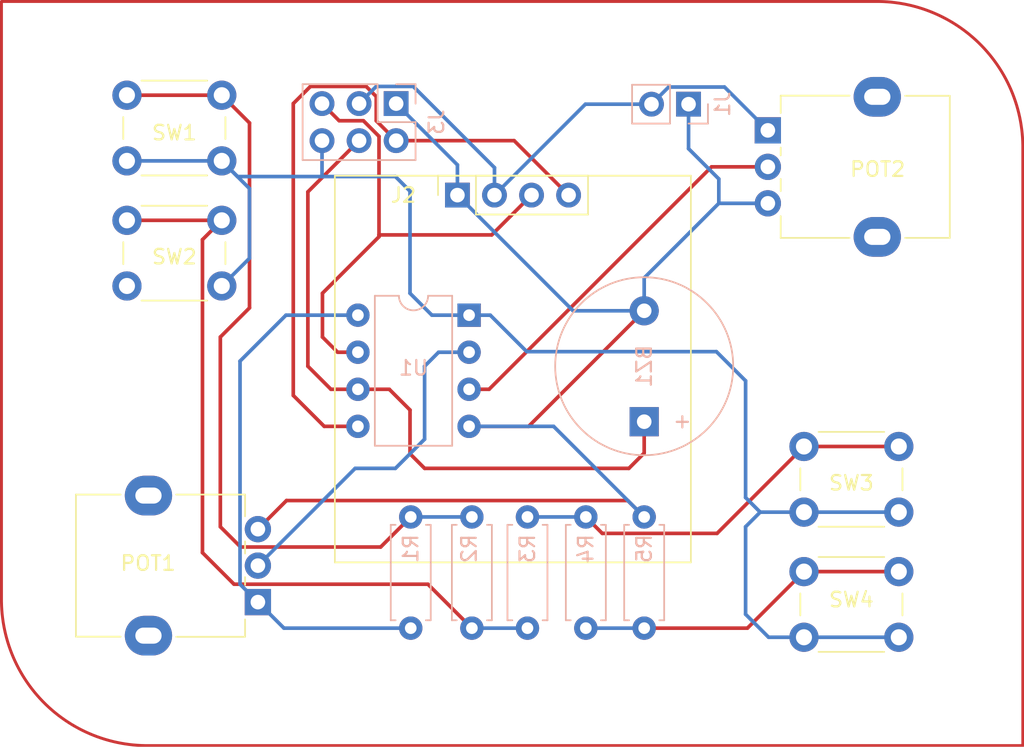
<source format=kicad_pcb>
(kicad_pcb (version 20221018) (generator pcbnew)
  (layers (0 "F.Cu" signal) (31 "B.Cu" signal) (34 "B.Paste" user) (35 "F.Paste" user) (36 "B.SilkS" user "B.Silkscreen") (37 "F.SilkS" user "F.Silkscreen") (38 "B.Mask" user) (39 "F.Mask" user) (44 "Edge.Cuts" user))
  (net 0 "")
  (net 1 "BUZZER")
  (net 2 "GND")
  (net 3 "+5V")
  (net 4 "SDA")
  (net 5 "SCK")
  (net 6 "BUTTONS_OUT")
  (net 7 "POT1_OUT")
  (net 8 "POT2_OUT")
  (net 9 "Net-(R1-Pad2)")
  (net 10 "Net-(R2-Pad2)")
  (net 11 "Net-(R3-Pad2)")
  (net 12 "Net-(R4-Pad2)")
  (footprint "Potentiometer_THT:Potentiometer_Alpha_RD901F-40-00D_Single_Vertical" (layer "F.Cu") (at 160.525 73.835)
    (fp_text reference "POT2" (at 7.525 2.665 180) (layer "F.SilkS"))
    (fp_text value "10K")
    (fp_line (start 0.88 -2.38) (end 5.6 -2.38) (stroke (width 0.12)) (layer "F.SilkS"))
    (fp_line (start 0.88 -1.19) (end 0.88 -2.37) (stroke (width 0.12)) (layer "F.SilkS"))
    (fp_line (start 0.88 1.71) (end 0.88 1.18) (stroke (width 0.12)) (layer "F.SilkS"))
    (fp_line (start 0.88 4.16) (end 0.88 3.33) (stroke (width 0.12)) (layer "F.SilkS"))
    (fp_line (start 0.88 7.37) (end 0.88 5.88) (stroke (width 0.12)) (layer "F.SilkS"))
    (fp_line (start 0.88 7.37) (end 5.6 7.37) (stroke (width 0.12)) (layer "F.SilkS"))
    (fp_line (start 9.41 -2.37) (end 12.47 -2.37) (stroke (width 0.12)) (layer "F.SilkS"))
    (fp_line (start 9.41 7.37) (end 12.47 7.37) (stroke (width 0.12)) (layer "F.SilkS"))
    (fp_line (start 12.47 7.37) (end 12.47 -2.37) (stroke (width 0.12)) (layer "F.SilkS"))
    (pad "" thru_hole oval (at 7.5 -2.3 90) (size 2.72 3.24) (drill oval 1.1 1.8) (layers "*.Cu" "*.Mask"))
    (pad "" thru_hole oval (at 7.5 7.3 90) (size 2.72 3.24) (drill oval 1.1 1.8) (layers "*.Cu" "*.Mask"))
    (pad "1" thru_hole rect (at 0 0 90) (size 1.8 1.8) (drill 1) (layers "*.Cu" "*.Mask") (net 3 "+5V"))
    (pad "2" thru_hole circle (at 0 2.5 90) (size 1.8 1.8) (drill 1) (layers "*.Cu" "*.Mask") (net 8 "POT2_OUT"))
    (pad "3" thru_hole circle (at 0 5 90) (size 1.8 1.8) (drill 1) (layers "*.Cu" "*.Mask") (net 2 "GND"))
  )
  (footprint "Button_Switch_THT:SW_PUSH_6mm_H5mm" (layer "F.Cu") (at 116.6 71.425)
    (fp_text reference "SW1" (at 3.25 2.575) (layer "F.SilkS"))
    (fp_text value "SW_Push")
    (fp_line (start -0.25 1.5) (end -0.25 3) (stroke (width 0.12)) (layer "F.SilkS"))
    (fp_line (start 1 5.5) (end 5.5 5.5) (stroke (width 0.12)) (layer "F.SilkS"))
    (fp_line (start 5.5 -1) (end 1 -1) (stroke (width 0.12)) (layer "F.SilkS"))
    (fp_line (start 6.75 3) (end 6.75 1.5) (stroke (width 0.12)) (layer "F.SilkS"))
    (pad "1" thru_hole circle (at 0 0 90) (size 2 2) (drill 1.1) (layers "*.Cu" "*.Mask") (net 9 "Net-(R1-Pad2)"))
    (pad "1" thru_hole circle (at 6.5 0 90) (size 2 2) (drill 1.1) (layers "*.Cu" "*.Mask") (net 9 "Net-(R1-Pad2)"))
    (pad "2" thru_hole circle (at 0 4.5 90) (size 2 2) (drill 1.1) (layers "*.Cu" "*.Mask") (net 6 "BUTTONS_OUT"))
    (pad "2" thru_hole circle (at 6.5 4.5 90) (size 2 2) (drill 1.1) (layers "*.Cu" "*.Mask") (net 6 "BUTTONS_OUT"))
  )
  (footprint "Connector_PinSocket_2.54mm:PinSocket_1x04_P2.54mm_Vertical" (layer "F.Cu") (at 139.25 78.2725 90)
    (fp_text reference "J2" (at 0 -3.7) (layer "F.SilkS"))
    (fp_text value "I2C_OLED")
    (fp_line (start -25.17 -8.4) (end -25.17 16) (stroke (width 0.12)) (layer "F.SilkS"))
    (fp_line (start -1.33 1.27) (end -1.33 8.95) (stroke (width 0.12)) (layer "F.SilkS"))
    (fp_line (start -1.33 1.27) (end 1.33 1.27) (stroke (width 0.12)) (layer "F.SilkS"))
    (fp_line (start -1.33 8.95) (end 1.33 8.95) (stroke (width 0.12)) (layer "F.SilkS"))
    (fp_line (start 0 -1.33) (end 1.33 -1.33) (stroke (width 0.12)) (layer "F.SilkS"))
    (fp_line (start 1.33 -8.4) (end -25.17 -8.4) (stroke (width 0.12)) (layer "F.SilkS"))
    (fp_line (start 1.33 -8.4) (end 1.33 16) (stroke (width 0.12)) (layer "F.SilkS"))
    (fp_line (start 1.33 -1.33) (end 1.33 0) (stroke (width 0.12)) (layer "F.SilkS"))
    (fp_line (start 1.33 1.27) (end 1.33 8.95) (stroke (width 0.12)) (layer "F.SilkS"))
    (fp_line (start 1.33 16) (end -25.17 16) (stroke (width 0.12)) (layer "F.SilkS"))
    (pad "1" thru_hole rect (at 0 0 90) (size 1.7 1.7) (drill 1) (layers "*.Cu" "*.Mask") (net 2 "GND"))
    (pad "2" thru_hole oval (at 0 2.54 90) (size 1.7 1.7) (drill 1) (layers "*.Cu" "*.Mask") (net 3 "+5V"))
    (pad "3" thru_hole oval (at 0 5.08 90) (size 1.7 1.7) (drill 1) (layers "*.Cu" "*.Mask") (net 5 "SCK"))
    (pad "4" thru_hole oval (at 0 7.62 90) (size 1.7 1.7) (drill 1) (layers "*.Cu" "*.Mask") (net 4 "SDA"))
  )
  (footprint "Button_Switch_THT:SW_PUSH_6mm_H5mm" (layer "F.Cu") (at 116.6008 80)
    (fp_text reference "SW2" (at 3.25 2.5) (layer "F.SilkS"))
    (fp_text value "SW_Push")
    (fp_line (start -0.25 1.5) (end -0.25 3) (stroke (width 0.12)) (layer "F.SilkS"))
    (fp_line (start 1 5.5) (end 5.5 5.5) (stroke (width 0.12)) (layer "F.SilkS"))
    (fp_line (start 5.5 -1) (end 1 -1) (stroke (width 0.12)) (layer "F.SilkS"))
    (fp_line (start 6.75 3) (end 6.75 1.5) (stroke (width 0.12)) (layer "F.SilkS"))
    (pad "1" thru_hole circle (at 0 0 90) (size 2 2) (drill 1.1) (layers "*.Cu" "*.Mask") (net 10 "Net-(R2-Pad2)"))
    (pad "1" thru_hole circle (at 6.5 0 90) (size 2 2) (drill 1.1) (layers "*.Cu" "*.Mask") (net 10 "Net-(R2-Pad2)"))
    (pad "2" thru_hole circle (at 0 4.5 90) (size 2 2) (drill 1.1) (layers "*.Cu" "*.Mask") (net 6 "BUTTONS_OUT"))
    (pad "2" thru_hole circle (at 6.5 4.5 90) (size 2 2) (drill 1.1) (layers "*.Cu" "*.Mask") (net 6 "BUTTONS_OUT"))
  )
  (footprint "Button_Switch_THT:SW_PUSH_6mm_H5mm" (layer "F.Cu") (at 163 104.075)
    (fp_text reference "SW4" (at 3.25 1.925) (layer "F.SilkS"))
    (fp_text value "SW_Push")
    (fp_line (start -0.25 1.5) (end -0.25 3) (stroke (width 0.12)) (layer "F.SilkS"))
    (fp_line (start 1 5.5) (end 5.5 5.5) (stroke (width 0.12)) (layer "F.SilkS"))
    (fp_line (start 5.5 -1) (end 1 -1) (stroke (width 0.12)) (layer "F.SilkS"))
    (fp_line (start 6.75 3) (end 6.75 1.5) (stroke (width 0.12)) (layer "F.SilkS"))
    (pad "1" thru_hole circle (at 0 0 90) (size 2 2) (drill 1.1) (layers "*.Cu" "*.Mask") (net 12 "Net-(R4-Pad2)"))
    (pad "1" thru_hole circle (at 6.5 0 90) (size 2 2) (drill 1.1) (layers "*.Cu" "*.Mask") (net 12 "Net-(R4-Pad2)"))
    (pad "2" thru_hole circle (at 0 4.5 90) (size 2 2) (drill 1.1) (layers "*.Cu" "*.Mask") (net 6 "BUTTONS_OUT"))
    (pad "2" thru_hole circle (at 6.5 4.5 90) (size 2 2) (drill 1.1) (layers "*.Cu" "*.Mask") (net 6 "BUTTONS_OUT"))
  )
  (footprint "Potentiometer_THT:Potentiometer_Alpha_RD901F-40-00D_Single_Vertical" (layer "F.Cu") (at 125.575 106.165 180)
    (fp_text reference "POT1" (at 7.525 2.665) (layer "F.SilkS"))
    (fp_text value "10K")
    (fp_line (start 0.88 -2.38) (end 5.6 -2.38) (stroke (width 0.12)) (layer "F.SilkS"))
    (fp_line (start 0.88 -1.19) (end 0.88 -2.37) (stroke (width 0.12)) (layer "F.SilkS"))
    (fp_line (start 0.88 1.71) (end 0.88 1.18) (stroke (width 0.12)) (layer "F.SilkS"))
    (fp_line (start 0.88 4.16) (end 0.88 3.33) (stroke (width 0.12)) (layer "F.SilkS"))
    (fp_line (start 0.88 7.37) (end 0.88 5.88) (stroke (width 0.12)) (layer "F.SilkS"))
    (fp_line (start 0.88 7.37) (end 5.6 7.37) (stroke (width 0.12)) (layer "F.SilkS"))
    (fp_line (start 9.41 -2.37) (end 12.47 -2.37) (stroke (width 0.12)) (layer "F.SilkS"))
    (fp_line (start 9.41 7.37) (end 12.47 7.37) (stroke (width 0.12)) (layer "F.SilkS"))
    (fp_line (start 12.47 7.37) (end 12.47 -2.37) (stroke (width 0.12)) (layer "F.SilkS"))
    (pad "" thru_hole oval (at 7.5 -2.3 270) (size 2.72 3.24) (drill oval 1.1 1.8) (layers "*.Cu" "*.Mask"))
    (pad "" thru_hole oval (at 7.5 7.3 270) (size 2.72 3.24) (drill oval 1.1 1.8) (layers "*.Cu" "*.Mask"))
    (pad "1" thru_hole rect (at 0 0 270) (size 1.8 1.8) (drill 1) (layers "*.Cu" "*.Mask") (net 3 "+5V"))
    (pad "2" thru_hole circle (at 0 2.5 270) (size 1.8 1.8) (drill 1) (layers "*.Cu" "*.Mask") (net 7 "POT1_OUT"))
    (pad "3" thru_hole circle (at 0 5 270) (size 1.8 1.8) (drill 1) (layers "*.Cu" "*.Mask") (net 2 "GND"))
  )
  (footprint "Button_Switch_THT:SW_PUSH_6mm_H5mm" (layer "F.Cu") (at 163 95.5)
    (fp_text reference "SW3" (at 3.25 2.5) (layer "F.SilkS"))
    (fp_text value "SW_Push")
    (fp_line (start -0.25 1.5) (end -0.25 3) (stroke (width 0.12)) (layer "F.SilkS"))
    (fp_line (start 1 5.5) (end 5.5 5.5) (stroke (width 0.12)) (layer "F.SilkS"))
    (fp_line (start 5.5 -1) (end 1 -1) (stroke (width 0.12)) (layer "F.SilkS"))
    (fp_line (start 6.75 3) (end 6.75 1.5) (stroke (width 0.12)) (layer "F.SilkS"))
    (pad "1" thru_hole circle (at 0 0 90) (size 2 2) (drill 1.1) (layers "*.Cu" "*.Mask") (net 11 "Net-(R3-Pad2)"))
    (pad "1" thru_hole circle (at 6.5 0 90) (size 2 2) (drill 1.1) (layers "*.Cu" "*.Mask") (net 11 "Net-(R3-Pad2)"))
    (pad "2" thru_hole circle (at 0 4.5 90) (size 2 2) (drill 1.1) (layers "*.Cu" "*.Mask") (net 6 "BUTTONS_OUT"))
    (pad "2" thru_hole circle (at 6.5 4.5 90) (size 2 2) (drill 1.1) (layers "*.Cu" "*.Mask") (net 6 "BUTTONS_OUT"))
  )
  (footprint "Resistor_THT:R_Axial_DIN0207_L6.3mm_D2.5mm_P7.62mm_Horizontal" (layer "B.Cu") (at 140.24 100.33 -90)
    (fp_text reference "R2" (at 2.17 0.19 90) (layer "B.SilkS") (effects (justify mirror)))
    (fp_text value "1K")
    (fp_line (start 0.54 -1.37) (end 7.08 -1.37) (stroke (width 0.12)) (layer "B.SilkS"))
    (fp_line (start 0.54 -1.04) (end 0.54 -1.37) (stroke (width 0.12)) (layer "B.SilkS"))
    (fp_line (start 0.54 1.04) (end 0.54 1.37) (stroke (width 0.12)) (layer "B.SilkS"))
    (fp_line (start 0.54 1.37) (end 7.08 1.37) (stroke (width 0.12)) (layer "B.SilkS"))
    (fp_line (start 7.08 -1.37) (end 7.08 -1.04) (stroke (width 0.12)) (layer "B.SilkS"))
    (fp_line (start 7.08 1.37) (end 7.08 1.04) (stroke (width 0.12)) (layer "B.SilkS"))
    (pad "1" thru_hole circle (at 0 0 270) (size 1.6 1.6) (drill 0.8) (layers "*.Cu" "*.Mask") (net 9 "Net-(R1-Pad2)"))
    (pad "2" thru_hole oval (at 7.62 0 270) (size 1.6 1.6) (drill 0.8) (layers "*.Cu" "*.Mask") (net 10 "Net-(R2-Pad2)"))
  )
  (footprint "Resistor_THT:R_Axial_DIN0207_L6.3mm_D2.5mm_P7.62mm_Horizontal" (layer "B.Cu") (at 152.05 107.95 90)
    (fp_text reference "R5" (at 5.45 0 90) (layer "B.SilkS") (effects (justify mirror)))
    (fp_text value "3K3")
    (fp_line (start 0.54 -1.37) (end 7.08 -1.37) (stroke (width 0.12)) (layer "B.SilkS"))
    (fp_line (start 0.54 -1.04) (end 0.54 -1.37) (stroke (width 0.12)) (layer "B.SilkS"))
    (fp_line (start 0.54 1.04) (end 0.54 1.37) (stroke (width 0.12)) (layer "B.SilkS"))
    (fp_line (start 0.54 1.37) (end 7.08 1.37) (stroke (width 0.12)) (layer "B.SilkS"))
    (fp_line (start 7.08 -1.37) (end 7.08 -1.04) (stroke (width 0.12)) (layer "B.SilkS"))
    (fp_line (start 7.08 1.37) (end 7.08 1.04) (stroke (width 0.12)) (layer "B.SilkS"))
    (pad "1" thru_hole circle (at 0 0 90) (size 1.6 1.6) (drill 0.8) (layers "*.Cu" "*.Mask") (net 12 "Net-(R4-Pad2)"))
    (pad "2" thru_hole oval (at 7.62 0 90) (size 1.6 1.6) (drill 0.8) (layers "*.Cu" "*.Mask") (net 2 "GND"))
  )
  (footprint "Package_DIP:DIP-8_W7.62mm" (layer "B.Cu") (at 140.05 86.5 180)
    (fp_text reference "U1" (at 3.81 -3.62) (layer "B.SilkS") (effects (justify mirror)))
    (fp_text value "ATtiny85")
    (fp_line (start 1.16 -8.95) (end 6.46 -8.95) (stroke (width 0.12)) (layer "B.SilkS"))
    (fp_line (start 1.16 1.33) (end 1.16 -8.95) (stroke (width 0.12)) (layer "B.SilkS"))
    (fp_line (start 2.81 1.33) (end 1.16 1.33) (stroke (width 0.12)) (layer "B.SilkS"))
    (fp_line (start 6.46 -8.95) (end 6.46 1.33) (stroke (width 0.12)) (layer "B.SilkS"))
    (fp_line (start 6.46 1.33) (end 4.81 1.33) (stroke (width 0.12)) (layer "B.SilkS"))
    (fp_arc (start 2.81 1.33) (mid 3.81 0.33) (end 4.81 1.33) (stroke (width 0.12)) (layer "B.SilkS"))
    (pad "1" thru_hole rect (at 0 0 180) (size 1.6 1.6) (drill 0.8) (layers "*.Cu" "*.Mask") (net 6 "BUTTONS_OUT"))
    (pad "2" thru_hole oval (at 0 -2.54 180) (size 1.6 1.6) (drill 0.8) (layers "*.Cu" "*.Mask") (net 7 "POT1_OUT"))
    (pad "3" thru_hole oval (at 0 -5.08 180) (size 1.6 1.6) (drill 0.8) (layers "*.Cu" "*.Mask") (net 8 "POT2_OUT"))
    (pad "4" thru_hole oval (at 0 -7.62 180) (size 1.6 1.6) (drill 0.8) (layers "*.Cu" "*.Mask") (net 2 "GND"))
    (pad "5" thru_hole oval (at 7.62 -7.62 180) (size 1.6 1.6) (drill 0.8) (layers "*.Cu" "*.Mask") (net 4 "SDA"))
    (pad "6" thru_hole oval (at 7.62 -5.08 180) (size 1.6 1.6) (drill 0.8) (layers "*.Cu" "*.Mask") (net 1 "BUZZER"))
    (pad "7" thru_hole oval (at 7.62 -2.54 180) (size 1.6 1.6) (drill 0.8) (layers "*.Cu" "*.Mask") (net 5 "SCK"))
    (pad "8" thru_hole oval (at 7.62 0 180) (size 1.6 1.6) (drill 0.8) (layers "*.Cu" "*.Mask") (net 3 "+5V"))
  )
  (footprint "Resistor_THT:R_Axial_DIN0207_L6.3mm_D2.5mm_P7.62mm_Horizontal" (layer "B.Cu") (at 144.05 107.95 90)
    (fp_text reference "R3" (at 5.45 0 90) (layer "B.SilkS") (effects (justify mirror)))
    (fp_text value "1K")
    (fp_line (start 0.54 -1.37) (end 7.08 -1.37) (stroke (width 0.12)) (layer "B.SilkS"))
    (fp_line (start 0.54 -1.04) (end 0.54 -1.37) (stroke (width 0.12)) (layer "B.SilkS"))
    (fp_line (start 0.54 1.04) (end 0.54 1.37) (stroke (width 0.12)) (layer "B.SilkS"))
    (fp_line (start 0.54 1.37) (end 7.08 1.37) (stroke (width 0.12)) (layer "B.SilkS"))
    (fp_line (start 7.08 -1.37) (end 7.08 -1.04) (stroke (width 0.12)) (layer "B.SilkS"))
    (fp_line (start 7.08 1.37) (end 7.08 1.04) (stroke (width 0.12)) (layer "B.SilkS"))
    (pad "1" thru_hole circle (at 0 0 90) (size 1.6 1.6) (drill 0.8) (layers "*.Cu" "*.Mask") (net 10 "Net-(R2-Pad2)"))
    (pad "2" thru_hole oval (at 7.62 0 90) (size 1.6 1.6) (drill 0.8) (layers "*.Cu" "*.Mask") (net 11 "Net-(R3-Pad2)"))
  )
  (footprint "Resistor_THT:R_Axial_DIN0207_L6.3mm_D2.5mm_P7.62mm_Horizontal" (layer "B.Cu") (at 136.05 107.95 90)
    (fp_text reference "R1" (at 5.45 0 90) (layer "B.SilkS") (effects (justify mirror)))
    (fp_text value "1K")
    (fp_line (start 0.54 -1.37) (end 7.08 -1.37) (stroke (width 0.12)) (layer "B.SilkS"))
    (fp_line (start 0.54 -1.04) (end 0.54 -1.37) (stroke (width 0.12)) (layer "B.SilkS"))
    (fp_line (start 0.54 1.04) (end 0.54 1.37) (stroke (width 0.12)) (layer "B.SilkS"))
    (fp_line (start 0.54 1.37) (end 7.08 1.37) (stroke (width 0.12)) (layer "B.SilkS"))
    (fp_line (start 7.08 -1.37) (end 7.08 -1.04) (stroke (width 0.12)) (layer "B.SilkS"))
    (fp_line (start 7.08 1.37) (end 7.08 1.04) (stroke (width 0.12)) (layer "B.SilkS"))
    (pad "1" thru_hole circle (at 0 0 90) (size 1.6 1.6) (drill 0.8) (layers "*.Cu" "*.Mask") (net 3 "+5V"))
    (pad "2" thru_hole oval (at 7.62 0 90) (size 1.6 1.6) (drill 0.8) (layers "*.Cu" "*.Mask") (net 9 "Net-(R1-Pad2)"))
  )
  (footprint "Connector_PinHeader_2.54mm:PinHeader_1x02_P2.54mm_Vertical" (layer "B.Cu") (at 155.09 72.04 90)
    (fp_text reference "J1" (at 0 2.33 90) (layer "B.SilkS") (effects (justify mirror)))
    (fp_text value "5V_REGULATOR")
    (fp_line (start -1.33 -3.87) (end 1.33 -3.87) (stroke (width 0.12)) (layer "B.SilkS"))
    (fp_line (start -1.33 -1.27) (end -1.33 -3.87) (stroke (width 0.12)) (layer "B.SilkS"))
    (fp_line (start -1.33 -1.27) (end 1.33 -1.27) (stroke (width 0.12)) (layer "B.SilkS"))
    (fp_line (start -1.33 0) (end -1.33 1.33) (stroke (width 0.12)) (layer "B.SilkS"))
    (fp_line (start -1.33 1.33) (end 0 1.33) (stroke (width 0.12)) (layer "B.SilkS"))
    (fp_line (start 1.33 -1.27) (end 1.33 -3.87) (stroke (width 0.12)) (layer "B.SilkS"))
    (pad "1" thru_hole rect (at 0 0 90) (size 1.7 1.7) (drill 1) (layers "*.Cu" "*.Mask") (net 2 "GND"))
    (pad "2" thru_hole oval (at 0 -2.54 90) (size 1.7 1.7) (drill 1) (layers "*.Cu" "*.Mask") (net 3 "+5V"))
  )
  (footprint "Buzzer_Beeper:Buzzer_12x9.5RM7.6" (layer "B.Cu") (at 152.05 93.8 90)
    (fp_text reference "BZ1" (at 3.8 0 90) (layer "B.SilkS") (effects (justify mirror)))
    (fp_text value "Buzzer")
    (fp_text user "+" (at -0.01 2.54 90) (layer "B.SilkS") (effects (justify mirror)))
    (fp_circle (center 3.8 0) (end 9.9 0) (stroke (width 0.12)) (fill none) (layer "B.SilkS"))
    (pad "1" thru_hole rect (at 0 0 90) (size 2 2) (drill 1) (layers "*.Cu" "*.Mask") (net 1 "BUZZER"))
    (pad "2" thru_hole circle (at 7.6 0 90) (size 2 2) (drill 1) (layers "*.Cu" "*.Mask") (net 2 "GND"))
  )
  (footprint "Resistor_THT:R_Axial_DIN0207_L6.3mm_D2.5mm_P7.62mm_Horizontal" (layer "B.Cu") (at 148.05 100.33 -90)
    (fp_text reference "R4" (at 2.17 0 -270) (layer "B.SilkS") (effects (justify mirror)))
    (fp_text value "1K")
    (fp_line (start 0.54 -1.37) (end 7.08 -1.37) (stroke (width 0.12)) (layer "B.SilkS"))
    (fp_line (start 0.54 -1.04) (end 0.54 -1.37) (stroke (width 0.12)) (layer "B.SilkS"))
    (fp_line (start 0.54 1.04) (end 0.54 1.37) (stroke (width 0.12)) (layer "B.SilkS"))
    (fp_line (start 0.54 1.37) (end 7.08 1.37) (stroke (width 0.12)) (layer "B.SilkS"))
    (fp_line (start 7.08 -1.37) (end 7.08 -1.04) (stroke (width 0.12)) (layer "B.SilkS"))
    (fp_line (start 7.08 1.37) (end 7.08 1.04) (stroke (width 0.12)) (layer "B.SilkS"))
    (pad "1" thru_hole circle (at 0 0 270) (size 1.6 1.6) (drill 0.8) (layers "*.Cu" "*.Mask") (net 11 "Net-(R3-Pad2)"))
    (pad "2" thru_hole oval (at 7.62 0 270) (size 1.6 1.6) (drill 0.8) (layers "*.Cu" "*.Mask") (net 12 "Net-(R4-Pad2)"))
  )
  (footprint "Connector_PinSocket_2.54mm:PinSocket_2x03_P2.54mm_Vertical" (layer "B.Cu") (at 135.05 72 90)
    (fp_text reference "J3" (at -1.27 2.77 90) (layer "B.SilkS") (effects (justify mirror)))
    (fp_text value "SPI")
    (fp_line (start -3.87 -6.41) (end 1.33 -6.41) (stroke (width 0.12)) (layer "B.SilkS"))
    (fp_line (start -3.87 1.33) (end -3.87 -6.41) (stroke (width 0.12)) (layer "B.SilkS"))
    (fp_line (start -3.87 1.33) (end -1.27 1.33) (stroke (width 0.12)) (layer "B.SilkS"))
    (fp_line (start -1.27 -1.27) (end 1.33 -1.27) (stroke (width 0.12)) (layer "B.SilkS"))
    (fp_line (start -1.27 1.33) (end -1.27 -1.27) (stroke (width 0.12)) (layer "B.SilkS"))
    (fp_line (start 0 1.33) (end 1.33 1.33) (stroke (width 0.12)) (layer "B.SilkS"))
    (fp_line (start 1.33 -1.27) (end 1.33 -6.41) (stroke (width 0.12)) (layer "B.SilkS"))
    (fp_line (start 1.33 1.33) (end 1.33 0) (stroke (width 0.12)) (layer "B.SilkS"))
    (pad "1" thru_hole rect (at 0 0 90) (size 1.7 1.7) (drill 1) (layers "*.Cu" "*.Mask") (net 2 "GND"))
    (pad "2" thru_hole oval (at -2.54 0 90) (size 1.7 1.7) (drill 1) (layers "*.Cu" "*.Mask") (net 4 "SDA"))
    (pad "3" thru_hole oval (at 0 -2.54 90) (size 1.7 1.7) (drill 1) (layers "*.Cu" "*.Mask") (net 3 "+5V"))
    (pad "4" thru_hole oval (at -2.54 -2.54 90) (size 1.7 1.7) (drill 1) (layers "*.Cu" "*.Mask") (net 1 "BUZZER"))
    (pad "5" thru_hole oval (at 0 -5.08 90) (size 1.7 1.7) (drill 1) (layers "*.Cu" "*.Mask") (net 5 "SCK"))
    (pad "6" thru_hole oval (at -2.54 -5.08 90) (size 1.7 1.7) (drill 1) (layers "*.Cu" "*.Mask") (net 6 "BUTTONS_OUT"))
  )
  (gr_poly (pts (arc (start 178 75) (mid 175.071068 67.928932) (end 168 65)) (xy 108 65) (arc (start 108 106) (mid 110.928932 113.071068) (end 118 116)) (xy 178 116)) (stroke (width 0.2)) (fill none) (layer "F.Cu"))
  (segment (start 134.58 91.58) (end 136 93) (width 0.25) (layer "F.Cu") (net 1))
  (segment (start 152.05 95.95) (end 152.05 93.8) (width 0.25) (layer "F.Cu") (net 1))
  (segment (start 130.58 91.58) (end 132.43 91.58) (width 0.25) (layer "F.Cu") (net 1))
  (segment (start 151 97) (end 152.05 95.95) (width 0.25) (layer "F.Cu") (net 1))
  (segment (start 136 96) (end 137 97) (width 0.25) (layer "F.Cu") (net 1))
  (segment (start 132.43 91.58) (end 134.58 91.58) (width 0.25) (layer "F.Cu") (net 1))
  (segment (start 132.51 74.54) (end 129 78.05) (width 0.25) (layer "F.Cu") (net 1))
  (segment (start 129 90) (end 130.58 91.58) (width 0.25) (layer "F.Cu") (net 1))
  (segment (start 129 78.05) (end 129 90) (width 0.25) (layer "F.Cu") (net 1))
  (segment (start 137 97) (end 151 97) (width 0.25) (layer "F.Cu") (net 1))
  (segment (start 136 93) (end 136 96) (width 0.25) (layer "F.Cu") (net 1))
  (segment (start 144.13 94.12) (end 152.05 86.2) (width 0.25) (layer "F.Cu") (net 2))
  (segment (start 127.535 99.205) (end 150.925 99.205) (width 0.25) (layer "F.Cu") (net 2))
  (segment (start 150.925 99.205) (end 152.05 100.33) (width 0.25) (layer "F.Cu") (net 2))
  (segment (start 125.575 101.165) (end 127.535 99.205) (width 0.25) (layer "F.Cu") (net 2))
  (segment (start 140.05 94.12) (end 144.13 94.12) (width 0.25) (layer "F.Cu") (net 2))
  (segment (start 145.84 94.12) (end 140.05 94.12) (width 0.25) (layer "B.Cu") (net 2))
  (segment (start 157.165 78.835) (end 152.05 83.95) (width 0.25) (layer "B.Cu") (net 2))
  (segment (start 139.25 76.2) (end 139.25 78.2725) (width 0.25) (layer "B.Cu") (net 2))
  (segment (start 155.09 72.04) (end 155.09 75.09) (width 0.25) (layer "B.Cu") (net 2))
  (segment (start 139.25 78.2725) (end 147.1775 86.2) (width 0.25) (layer "B.Cu") (net 2))
  (segment (start 152.05 100.33) (end 145.84 94.12) (width 0.25) (layer "B.Cu") (net 2))
  (segment (start 152.05 83.95) (end 152.05 86.2) (width 0.25) (layer "B.Cu") (net 2))
  (segment (start 147.1775 86.2) (end 152.05 86.2) (width 0.25) (layer "B.Cu") (net 2))
  (segment (start 155.09 75.09) (end 157.165 77.165) (width 0.25) (layer "B.Cu") (net 2))
  (segment (start 135.05 72) (end 139.25 76.2) (width 0.25) (layer "B.Cu") (net 2))
  (segment (start 157.165 77.165) (end 157.165 78.835) (width 0.25) (layer "B.Cu") (net 2))
  (segment (start 157.165 78.835) (end 160.525 78.835) (width 0.25) (layer "B.Cu") (net 2))
  (segment (start 141.79 78.2725) (end 141.79 76.39) (width 0.25) (layer "B.Cu") (net 3))
  (segment (start 127.36 107.95) (end 125.575 106.165) (width 0.25) (layer "B.Cu") (net 3))
  (segment (start 124.35 104.94) (end 124.35 89.65) (width 0.25) (layer "B.Cu") (net 3))
  (segment (start 124.35 89.65) (end 127.5 86.5) (width 0.25) (layer "B.Cu") (net 3))
  (segment (start 141.79 78.2725) (end 148.0225 72.04) (width 0.25) (layer "B.Cu") (net 3))
  (segment (start 141.79 76.39) (end 136.225 70.825) (width 0.25) (layer "B.Cu") (net 3))
  (segment (start 157.555 70.865) (end 160.525 73.835) (width 0.25) (layer "B.Cu") (net 3))
  (segment (start 153.725 70.865) (end 157.555 70.865) (width 0.25) (layer "B.Cu") (net 3))
  (segment (start 148.0225 72.04) (end 152.55 72.04) (width 0.25) (layer "B.Cu") (net 3))
  (segment (start 152.55 72.04) (end 153.725 70.865) (width 0.25) (layer "B.Cu") (net 3))
  (segment (start 136.05 107.95) (end 127.36 107.95) (width 0.25) (layer "B.Cu") (net 3))
  (segment (start 125.575 106.165) (end 124.35 104.94) (width 0.25) (layer "B.Cu") (net 3))
  (segment (start 133.685 70.825) (end 132.51 72) (width 0.25) (layer "B.Cu") (net 3))
  (segment (start 127.5 86.5) (end 132.43 86.5) (width 0.25) (layer "B.Cu") (net 3))
  (segment (start 136.225 70.825) (end 133.685 70.825) (width 0.25) (layer "B.Cu") (net 3))
  (segment (start 135.05 74.54) (end 133.685 73.175) (width 0.25) (layer "F.Cu") (net 4))
  (segment (start 133.685 73.175) (end 133.685 71.513299) (width 0.25) (layer "F.Cu") (net 4))
  (segment (start 132.996701 70.825) (end 129.175 70.825) (width 0.25) (layer "F.Cu") (net 4))
  (segment (start 128 72) (end 128 92) (width 0.25) (layer "F.Cu") (net 4))
  (segment (start 143.1375 74.54) (end 135.05 74.54) (width 0.25) (layer "F.Cu") (net 4))
  (segment (start 128 92) (end 130.12 94.12) (width 0.25) (layer "F.Cu") (net 4))
  (segment (start 129.175 70.825) (end 128 72) (width 0.25) (layer "F.Cu") (net 4))
  (segment (start 130.12 94.12) (end 132.43 94.12) (width 0.25) (layer "F.Cu") (net 4))
  (segment (start 133.685 71.513299) (end 132.996701 70.825) (width 0.25) (layer "F.Cu") (net 4))
  (segment (start 146.87 78.2725) (end 143.1375 74.54) (width 0.25) (layer "F.Cu") (net 4))
  (segment (start 132.806701 73.175) (end 133.875 74.243299) (width 0.25) (layer "F.Cu") (net 5))
  (segment (start 133.875 81) (end 133.875 81.125) (width 0.25) (layer "F.Cu") (net 5))
  (segment (start 131.145 73.175) (end 132.806701 73.175) (width 0.25) (layer "F.Cu") (net 5))
  (segment (start 131.04 89.04) (end 132.43 89.04) (width 0.25) (layer "F.Cu") (net 5))
  (segment (start 129.97 72) (end 131.145 73.175) (width 0.25) (layer "F.Cu") (net 5))
  (segment (start 133.875 81.125) (end 130 85) (width 0.25) (layer "F.Cu") (net 5))
  (segment (start 144.33 78.2725) (end 141.6025 81) (width 0.25) (layer "F.Cu") (net 5))
  (segment (start 141.6025 81) (end 133.875 81) (width 0.25) (layer "F.Cu") (net 5))
  (segment (start 133.875 74.243299) (end 133.875 81) (width 0.25) (layer "F.Cu") (net 5))
  (segment (start 130 88) (end 131.04 89.04) (width 0.25) (layer "F.Cu") (net 5))
  (segment (start 130 85) (end 130 88) (width 0.25) (layer "F.Cu") (net 5))
  (segment (start 124.175 77) (end 123.1 75.925) (width 0.25) (layer "B.Cu") (net 6))
  (segment (start 140.05 86.5) (end 141.5 86.5) (width 0.25) (layer "B.Cu") (net 6))
  (segment (start 159 91) (end 159 99) (width 0.25) (layer "B.Cu") (net 6))
  (segment (start 125 82.6008) (end 125 77.825) (width 0.25) (layer "B.Cu") (net 6))
  (segment (start 123.1 75.925) (end 116.6 75.925) (width 0.25) (layer "B.Cu") (net 6))
  (segment (start 136 78) (end 135 77) (width 0.25) (layer "B.Cu") (net 6))
  (segment (start 163 100) (end 160 100) (width 0.25) (layer "B.Cu") (net 6))
  (segment (start 141.5 86.5) (end 144 89) (width 0.25) (layer "B.Cu") (net 6))
  (segment (start 129.97 76.97) (end 129.97 74.54) (width 0.25) (layer "B.Cu") (net 6))
  (segment (start 130 77) (end 124.175 77) (width 0.25) (layer "B.Cu") (net 6))
  (segment (start 123.1008 84.5) (end 125 82.6008) (width 0.25) (layer "B.Cu") (net 6))
  (segment (start 130 77) (end 129.97 76.97) (width 0.25) (layer "B.Cu") (net 6))
  (segment (start 136 85) (end 136 78) (width 0.25) (layer "B.Cu") (net 6))
  (segment (start 140.05 86.5) (end 137.5 86.5) (width 0.25) (layer "B.Cu") (net 6))
  (segment (start 159 107) (end 160.575 108.575) (width 0.25) (layer "B.Cu") (net 6))
  (segment (start 160.575 108.575) (end 163 108.575) (width 0.25) (layer "B.Cu") (net 6))
  (segment (start 135 77) (end 130 77) (width 0.25) (layer "B.Cu") (net 6))
  (segment (start 163 100) (end 169.5 100) (width 0.25) (layer "B.Cu") (net 6))
  (segment (start 144 89) (end 157 89) (width 0.25) (layer "B.Cu") (net 6))
  (segment (start 137.5 86.5) (end 136 85) (width 0.25) (layer "B.Cu") (net 6))
  (segment (start 163 108.575) (end 169.5 108.575) (width 0.25) (layer "B.Cu") (net 6))
  (segment (start 125 77.825) (end 123.1 75.925) (width 0.25) (layer "B.Cu") (net 6))
  (segment (start 159 101) (end 159 107) (width 0.25) (layer "B.Cu") (net 6))
  (segment (start 157 89) (end 159 91) (width 0.25) (layer "B.Cu") (net 6))
  (segment (start 159 99) (end 160 100) (width 0.25) (layer "B.Cu") (net 6))
  (segment (start 160 100) (end 159 101) (width 0.25) (layer "B.Cu") (net 6))
  (segment (start 140.05 89.19) (end 140.05 89.04) (width 0.25) (layer "F.Cu") (net 7))
  (segment (start 137 90) (end 137.96 89.04) (width 0.25) (layer "B.Cu") (net 7))
  (segment (start 135 97) (end 137 95) (width 0.25) (layer "B.Cu") (net 7))
  (segment (start 137 95) (end 137 90) (width 0.25) (layer "B.Cu") (net 7))
  (segment (start 137.96 89.04) (end 140.05 89.04) (width 0.25) (layer "B.Cu") (net 7))
  (segment (start 125.575 103.665) (end 132.24 97) (width 0.25) (layer "B.Cu") (net 7))
  (segment (start 132.24 97) (end 135 97) (width 0.25) (layer "B.Cu") (net 7))
  (segment (start 156.665 76.335) (end 141.42 91.58) (width 0.25) (layer "F.Cu") (net 8))
  (segment (start 160.525 76.335) (end 156.665 76.335) (width 0.25) (layer "F.Cu") (net 8))
  (segment (start 141.42 91.58) (end 140.05 91.58) (width 0.25) (layer "F.Cu") (net 8))
  (segment (start 136.05 100.33) (end 133.99 102.39) (width 0.25) (layer "F.Cu") (net 9))
  (segment (start 123 88) (end 125 86) (width 0.25) (layer "F.Cu") (net 9))
  (segment (start 123 101) (end 123 88) (width 0.25) (layer "F.Cu") (net 9))
  (segment (start 133.99 102.39) (end 124.39 102.39) (width 0.25) (layer "F.Cu") (net 9))
  (segment (start 125 86) (end 125 73.325) (width 0.25) (layer "F.Cu") (net 9))
  (segment (start 123.1 71.425) (end 116.6 71.425) (width 0.25) (layer "F.Cu") (net 9))
  (segment (start 125 73.325) (end 123.1 71.425) (width 0.25) (layer "F.Cu") (net 9))
  (segment (start 124.39 102.39) (end 123 101) (width 0.25) (layer "F.Cu") (net 9))
  (segment (start 140.24 100.33) (end 136.05 100.33) (width 0.25) (layer "B.Cu") (net 9))
  (segment (start 140.24 107.95) (end 137.23 104.94) (width 0.25) (layer "F.Cu") (net 10))
  (segment (start 123.94 104.94) (end 121.7758 102.7758) (width 0.25) (layer "F.Cu") (net 10))
  (segment (start 121.7758 81.325) (end 123.1008 80) (width 0.25) (layer "F.Cu") (net 10))
  (segment (start 121.7758 102.7758) (end 121.7758 81.325) (width 0.25) (layer "F.Cu") (net 10))
  (segment (start 137.23 104.94) (end 123.94 104.94) (width 0.25) (layer "F.Cu") (net 10))
  (segment (start 123.1008 80) (end 116.6008 80) (width 0.25) (layer "F.Cu") (net 10))
  (segment (start 144.05 107.95) (end 140.24 107.95) (width 0.25) (layer "B.Cu") (net 10))
  (segment (start 157.045 101.455) (end 163 95.5) (width 0.25) (layer "F.Cu") (net 11))
  (segment (start 163 95.5) (end 169.5 95.5) (width 0.25) (layer "F.Cu") (net 11))
  (segment (start 148.05 100.33) (end 149.175 101.455) (width 0.25) (layer "F.Cu") (net 11))
  (segment (start 149.175 101.455) (end 157.045 101.455) (width 0.25) (layer "F.Cu") (net 11))
  (segment (start 148.05 100.33) (end 144.05 100.33) (width 0.25) (layer "B.Cu") (net 11))
  (segment (start 163 104.075) (end 169.5 104.075) (width 0.25) (layer "F.Cu") (net 12))
  (segment (start 159.125 107.95) (end 163 104.075) (width 0.25) (layer "F.Cu") (net 12))
  (segment (start 152.05 107.95) (end 159.125 107.95) (width 0.25) (layer "F.Cu") (net 12))
  (segment (start 152.05 107.95) (end 148.05 107.95) (width 0.25) (layer "B.Cu") (net 12))
)
</source>
